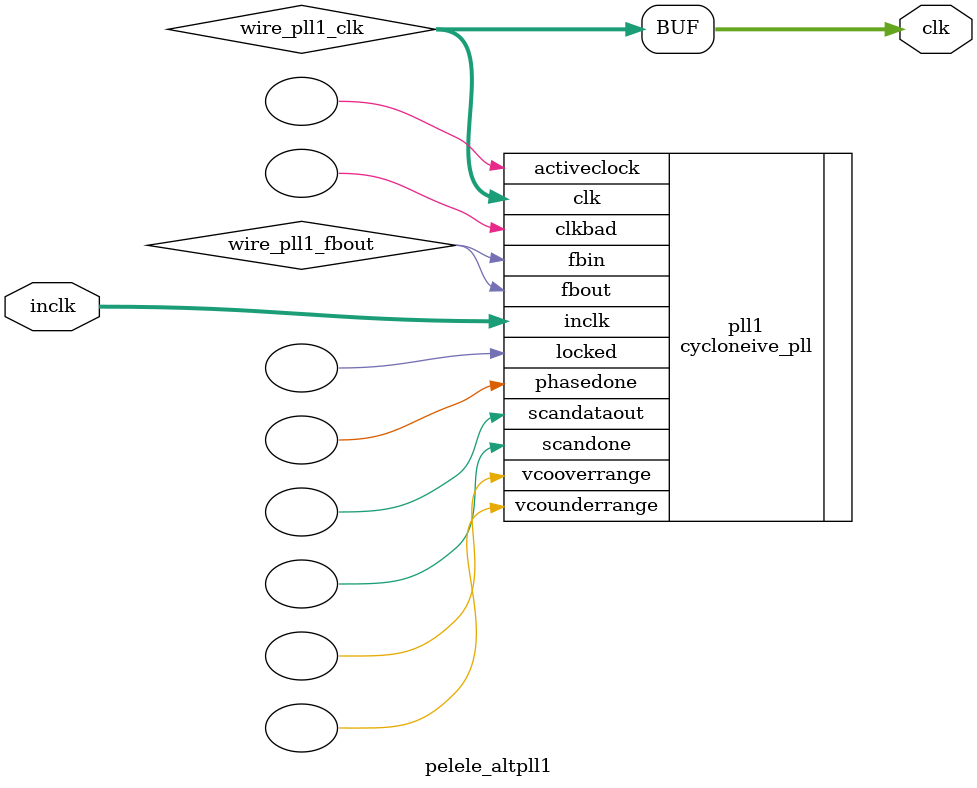
<source format=v>






//synthesis_resources = cycloneive_pll 1 
//synopsys translate_off
`timescale 1 ps / 1 ps
//synopsys translate_on
module  pelele_altpll1
	( 
	clk,
	inclk) /* synthesis synthesis_clearbox=1 */;
	output   [4:0]  clk;
	input   [1:0]  inclk;
`ifndef ALTERA_RESERVED_QIS
// synopsys translate_off
`endif
	tri0   [1:0]  inclk;
`ifndef ALTERA_RESERVED_QIS
// synopsys translate_on
`endif

	wire  [4:0]   wire_pll1_clk;
	wire  wire_pll1_fbout;

	cycloneive_pll   pll1
	( 
	.activeclock(),
	.clk(wire_pll1_clk),
	.clkbad(),
	.fbin(wire_pll1_fbout),
	.fbout(wire_pll1_fbout),
	.inclk(inclk),
	.locked(),
	.phasedone(),
	.scandataout(),
	.scandone(),
	.vcooverrange(),
	.vcounderrange()
	`ifndef FORMAL_VERIFICATION
	// synopsys translate_off
	`endif
	,
	.areset(1'b0),
	.clkswitch(1'b0),
	.configupdate(1'b0),
	.pfdena(1'b1),
	.phasecounterselect({3{1'b0}}),
	.phasestep(1'b0),
	.phaseupdown(1'b0),
	.scanclk(1'b0),
	.scanclkena(1'b1),
	.scandata(1'b0)
	`ifndef FORMAL_VERIFICATION
	// synopsys translate_on
	`endif
	);
	defparam
		pll1.bandwidth_type = "auto",
		pll1.clk0_divide_by = 2,
		pll1.clk0_duty_cycle = 50,
		pll1.clk0_multiply_by = 5,
		pll1.clk0_phase_shift = "0",
		pll1.compensate_clock = "clk0",
		pll1.inclk0_input_frequency = 20000,
		pll1.operation_mode = "normal",
		pll1.pll_type = "auto",
		pll1.lpm_type = "cycloneive_pll";
	assign
		clk = {wire_pll1_clk[4:0]};
endmodule //pelele_altpll1
//VALID FILE

</source>
